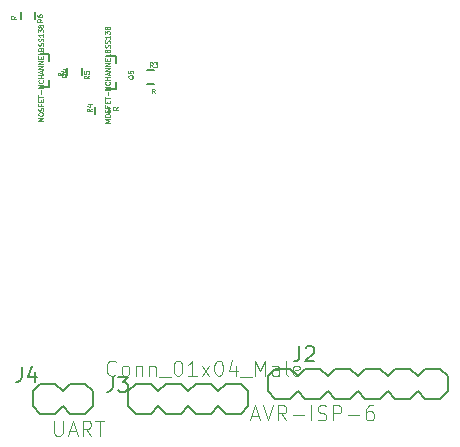
<source format=gbr>
G04 #@! TF.GenerationSoftware,KiCad,Pcbnew,5.0.2-bee76a0~70~ubuntu18.04.1*
G04 #@! TF.CreationDate,2019-12-16T19:01:30-05:00*
G04 #@! TF.ProjectId,LEDStuff,4c454453-7475-4666-962e-6b696361645f,rev?*
G04 #@! TF.SameCoordinates,Original*
G04 #@! TF.FileFunction,Legend,Bot*
G04 #@! TF.FilePolarity,Positive*
%FSLAX46Y46*%
G04 Gerber Fmt 4.6, Leading zero omitted, Abs format (unit mm)*
G04 Created by KiCad (PCBNEW 5.0.2-bee76a0~70~ubuntu18.04.1) date Mon 16 Dec 2019 07:01:30 PM EST*
%MOMM*%
%LPD*%
G01*
G04 APERTURE LIST*
%ADD10C,0.203200*%
%ADD11C,0.152400*%
%ADD12C,0.127000*%
%ADD13C,0.101600*%
%ADD14C,0.025400*%
G04 APERTURE END LIST*
D10*
G04 #@! TO.C,J2*
X165310000Y-119365000D02*
X165945000Y-118730000D01*
X165945000Y-118730000D02*
X167215000Y-118730000D01*
X167215000Y-118730000D02*
X167850000Y-119365000D01*
X167850000Y-120635000D02*
X167215000Y-121270000D01*
X167215000Y-121270000D02*
X165945000Y-121270000D01*
X165945000Y-121270000D02*
X165310000Y-120635000D01*
X160865000Y-118730000D02*
X162135000Y-118730000D01*
X162135000Y-118730000D02*
X162770000Y-119365000D01*
X162770000Y-120635000D02*
X162135000Y-121270000D01*
X162770000Y-119365000D02*
X163405000Y-118730000D01*
X163405000Y-118730000D02*
X164675000Y-118730000D01*
X164675000Y-118730000D02*
X165310000Y-119365000D01*
X165310000Y-120635000D02*
X164675000Y-121270000D01*
X164675000Y-121270000D02*
X163405000Y-121270000D01*
X163405000Y-121270000D02*
X162770000Y-120635000D01*
X157690000Y-119365000D02*
X158325000Y-118730000D01*
X158325000Y-118730000D02*
X159595000Y-118730000D01*
X159595000Y-118730000D02*
X160230000Y-119365000D01*
X160230000Y-120635000D02*
X159595000Y-121270000D01*
X159595000Y-121270000D02*
X158325000Y-121270000D01*
X158325000Y-121270000D02*
X157690000Y-120635000D01*
X160865000Y-118730000D02*
X160230000Y-119365000D01*
X160230000Y-120635000D02*
X160865000Y-121270000D01*
X162135000Y-121270000D02*
X160865000Y-121270000D01*
X153245000Y-118730000D02*
X154515000Y-118730000D01*
X154515000Y-118730000D02*
X155150000Y-119365000D01*
X155150000Y-120635000D02*
X154515000Y-121270000D01*
X155150000Y-119365000D02*
X155785000Y-118730000D01*
X155785000Y-118730000D02*
X157055000Y-118730000D01*
X157055000Y-118730000D02*
X157690000Y-119365000D01*
X157690000Y-120635000D02*
X157055000Y-121270000D01*
X157055000Y-121270000D02*
X155785000Y-121270000D01*
X155785000Y-121270000D02*
X155150000Y-120635000D01*
X152610000Y-119365000D02*
X152610000Y-120635000D01*
X153245000Y-118730000D02*
X152610000Y-119365000D01*
X152610000Y-120635000D02*
X153245000Y-121270000D01*
X154515000Y-121270000D02*
X153245000Y-121270000D01*
X167850000Y-119365000D02*
X167850000Y-120635000D01*
G04 #@! TO.C,J3*
X142715000Y-122570000D02*
X141445000Y-122570000D01*
X141445000Y-122570000D02*
X140810000Y-121935000D01*
X140810000Y-120665000D02*
X141445000Y-120030000D01*
X145890000Y-121935000D02*
X145255000Y-122570000D01*
X145255000Y-122570000D02*
X143985000Y-122570000D01*
X143985000Y-122570000D02*
X143350000Y-121935000D01*
X143350000Y-120665000D02*
X143985000Y-120030000D01*
X143985000Y-120030000D02*
X145255000Y-120030000D01*
X145255000Y-120030000D02*
X145890000Y-120665000D01*
X142715000Y-122570000D02*
X143350000Y-121935000D01*
X143350000Y-120665000D02*
X142715000Y-120030000D01*
X141445000Y-120030000D02*
X142715000Y-120030000D01*
X150335000Y-122570000D02*
X149065000Y-122570000D01*
X149065000Y-122570000D02*
X148430000Y-121935000D01*
X148430000Y-120665000D02*
X149065000Y-120030000D01*
X148430000Y-121935000D02*
X147795000Y-122570000D01*
X147795000Y-122570000D02*
X146525000Y-122570000D01*
X146525000Y-122570000D02*
X145890000Y-121935000D01*
X145890000Y-120665000D02*
X146525000Y-120030000D01*
X146525000Y-120030000D02*
X147795000Y-120030000D01*
X147795000Y-120030000D02*
X148430000Y-120665000D01*
X150970000Y-121935000D02*
X150970000Y-120665000D01*
X150335000Y-122570000D02*
X150970000Y-121935000D01*
X150970000Y-120665000D02*
X150335000Y-120030000D01*
X149065000Y-120030000D02*
X150335000Y-120030000D01*
X140810000Y-121935000D02*
X140810000Y-120665000D01*
G04 #@! TO.C,J4*
X133365000Y-120030000D02*
X134635000Y-120030000D01*
X134635000Y-120030000D02*
X135270000Y-120665000D01*
X135270000Y-121935000D02*
X134635000Y-122570000D01*
X135270000Y-120665000D02*
X135905000Y-120030000D01*
X135905000Y-120030000D02*
X137175000Y-120030000D01*
X137175000Y-120030000D02*
X137810000Y-120665000D01*
X137810000Y-121935000D02*
X137175000Y-122570000D01*
X137175000Y-122570000D02*
X135905000Y-122570000D01*
X135905000Y-122570000D02*
X135270000Y-121935000D01*
X132730000Y-120665000D02*
X132730000Y-121935000D01*
X133365000Y-120030000D02*
X132730000Y-120665000D01*
X132730000Y-121935000D02*
X133365000Y-122570000D01*
X134635000Y-122570000D02*
X133365000Y-122570000D01*
X137810000Y-120665000D02*
X137810000Y-121935000D01*
G04 #@! TO.C,Q4*
X134098500Y-92702440D02*
X134098500Y-92100460D01*
X134098500Y-92100460D02*
X133300940Y-92100460D01*
X134098500Y-94297560D02*
X134098500Y-94899540D01*
X134098500Y-94899540D02*
X133300940Y-94899540D01*
G04 #@! TO.C,Q5*
X139748500Y-95049540D02*
X138950940Y-95049540D01*
X139748500Y-94447560D02*
X139748500Y-95049540D01*
X139748500Y-92250460D02*
X138950940Y-92250460D01*
X139748500Y-92852440D02*
X139748500Y-92250460D01*
D11*
G04 #@! TO.C,R3*
X142400280Y-94649440D02*
X142999720Y-94649440D01*
X142400280Y-93450560D02*
X142999720Y-93450560D01*
G04 #@! TO.C,R4*
X137950560Y-97199720D02*
X137950560Y-96600280D01*
X139149440Y-97199720D02*
X139149440Y-96600280D01*
G04 #@! TO.C,R5*
X135650560Y-93299440D02*
X135650560Y-93898880D01*
X136849440Y-93299440D02*
X136849440Y-93898880D01*
G04 #@! TO.C,R6*
X132899440Y-88500280D02*
X132899440Y-89099720D01*
X131700560Y-88500280D02*
X131700560Y-89099720D01*
G04 #@! TO.C,J2*
D12*
X155285466Y-116840723D02*
X155285466Y-117747866D01*
X155224990Y-117929295D01*
X155104038Y-118050247D01*
X154922609Y-118110723D01*
X154801657Y-118110723D01*
X155829752Y-116961676D02*
X155890228Y-116901200D01*
X156011180Y-116840723D01*
X156313561Y-116840723D01*
X156434514Y-116901200D01*
X156494990Y-116961676D01*
X156555466Y-117082628D01*
X156555466Y-117203580D01*
X156494990Y-117385009D01*
X155769276Y-118110723D01*
X156555466Y-118110723D01*
D13*
X151219047Y-122751666D02*
X151823809Y-122751666D01*
X151098095Y-123114523D02*
X151521428Y-121844523D01*
X151944761Y-123114523D01*
X152186666Y-121844523D02*
X152610000Y-123114523D01*
X153033333Y-121844523D01*
X154182380Y-123114523D02*
X153759047Y-122509761D01*
X153456666Y-123114523D02*
X153456666Y-121844523D01*
X153940476Y-121844523D01*
X154061428Y-121905000D01*
X154121904Y-121965476D01*
X154182380Y-122086428D01*
X154182380Y-122267857D01*
X154121904Y-122388809D01*
X154061428Y-122449285D01*
X153940476Y-122509761D01*
X153456666Y-122509761D01*
X154726666Y-122630714D02*
X155694285Y-122630714D01*
X156299047Y-123114523D02*
X156299047Y-121844523D01*
X156843333Y-123054047D02*
X157024761Y-123114523D01*
X157327142Y-123114523D01*
X157448095Y-123054047D01*
X157508571Y-122993571D01*
X157569047Y-122872619D01*
X157569047Y-122751666D01*
X157508571Y-122630714D01*
X157448095Y-122570238D01*
X157327142Y-122509761D01*
X157085238Y-122449285D01*
X156964285Y-122388809D01*
X156903809Y-122328333D01*
X156843333Y-122207380D01*
X156843333Y-122086428D01*
X156903809Y-121965476D01*
X156964285Y-121905000D01*
X157085238Y-121844523D01*
X157387619Y-121844523D01*
X157569047Y-121905000D01*
X158113333Y-123114523D02*
X158113333Y-121844523D01*
X158597142Y-121844523D01*
X158718095Y-121905000D01*
X158778571Y-121965476D01*
X158839047Y-122086428D01*
X158839047Y-122267857D01*
X158778571Y-122388809D01*
X158718095Y-122449285D01*
X158597142Y-122509761D01*
X158113333Y-122509761D01*
X159383333Y-122630714D02*
X160350952Y-122630714D01*
X161500000Y-121844523D02*
X161258095Y-121844523D01*
X161137142Y-121905000D01*
X161076666Y-121965476D01*
X160955714Y-122146904D01*
X160895238Y-122388809D01*
X160895238Y-122872619D01*
X160955714Y-122993571D01*
X161016190Y-123054047D01*
X161137142Y-123114523D01*
X161379047Y-123114523D01*
X161500000Y-123054047D01*
X161560476Y-122993571D01*
X161620952Y-122872619D01*
X161620952Y-122570238D01*
X161560476Y-122449285D01*
X161500000Y-122388809D01*
X161379047Y-122328333D01*
X161137142Y-122328333D01*
X161016190Y-122388809D01*
X160955714Y-122449285D01*
X160895238Y-122570238D01*
G04 #@! TO.C,J3*
D12*
X139476666Y-119404523D02*
X139476666Y-120311666D01*
X139416190Y-120493095D01*
X139295238Y-120614047D01*
X139113809Y-120674523D01*
X138992857Y-120674523D01*
X139960476Y-119404523D02*
X140746666Y-119404523D01*
X140323333Y-119888333D01*
X140504761Y-119888333D01*
X140625714Y-119948809D01*
X140686190Y-120009285D01*
X140746666Y-120130238D01*
X140746666Y-120432619D01*
X140686190Y-120553571D01*
X140625714Y-120614047D01*
X140504761Y-120674523D01*
X140141904Y-120674523D01*
X140020952Y-120614047D01*
X139960476Y-120553571D01*
D13*
X139751666Y-119213571D02*
X139691190Y-119274047D01*
X139509761Y-119334523D01*
X139388809Y-119334523D01*
X139207380Y-119274047D01*
X139086428Y-119153095D01*
X139025952Y-119032142D01*
X138965476Y-118790238D01*
X138965476Y-118608809D01*
X139025952Y-118366904D01*
X139086428Y-118245952D01*
X139207380Y-118125000D01*
X139388809Y-118064523D01*
X139509761Y-118064523D01*
X139691190Y-118125000D01*
X139751666Y-118185476D01*
X140477380Y-119334523D02*
X140356428Y-119274047D01*
X140295952Y-119213571D01*
X140235476Y-119092619D01*
X140235476Y-118729761D01*
X140295952Y-118608809D01*
X140356428Y-118548333D01*
X140477380Y-118487857D01*
X140658809Y-118487857D01*
X140779761Y-118548333D01*
X140840238Y-118608809D01*
X140900714Y-118729761D01*
X140900714Y-119092619D01*
X140840238Y-119213571D01*
X140779761Y-119274047D01*
X140658809Y-119334523D01*
X140477380Y-119334523D01*
X141445000Y-118487857D02*
X141445000Y-119334523D01*
X141445000Y-118608809D02*
X141505476Y-118548333D01*
X141626428Y-118487857D01*
X141807857Y-118487857D01*
X141928809Y-118548333D01*
X141989285Y-118669285D01*
X141989285Y-119334523D01*
X142594047Y-118487857D02*
X142594047Y-119334523D01*
X142594047Y-118608809D02*
X142654523Y-118548333D01*
X142775476Y-118487857D01*
X142956904Y-118487857D01*
X143077857Y-118548333D01*
X143138333Y-118669285D01*
X143138333Y-119334523D01*
X143440714Y-119455476D02*
X144408333Y-119455476D01*
X144952619Y-118064523D02*
X145073571Y-118064523D01*
X145194523Y-118125000D01*
X145255000Y-118185476D01*
X145315476Y-118306428D01*
X145375952Y-118548333D01*
X145375952Y-118850714D01*
X145315476Y-119092619D01*
X145255000Y-119213571D01*
X145194523Y-119274047D01*
X145073571Y-119334523D01*
X144952619Y-119334523D01*
X144831666Y-119274047D01*
X144771190Y-119213571D01*
X144710714Y-119092619D01*
X144650238Y-118850714D01*
X144650238Y-118548333D01*
X144710714Y-118306428D01*
X144771190Y-118185476D01*
X144831666Y-118125000D01*
X144952619Y-118064523D01*
X146585476Y-119334523D02*
X145859761Y-119334523D01*
X146222619Y-119334523D02*
X146222619Y-118064523D01*
X146101666Y-118245952D01*
X145980714Y-118366904D01*
X145859761Y-118427380D01*
X147008809Y-119334523D02*
X147674047Y-118487857D01*
X147008809Y-118487857D02*
X147674047Y-119334523D01*
X148399761Y-118064523D02*
X148520714Y-118064523D01*
X148641666Y-118125000D01*
X148702142Y-118185476D01*
X148762619Y-118306428D01*
X148823095Y-118548333D01*
X148823095Y-118850714D01*
X148762619Y-119092619D01*
X148702142Y-119213571D01*
X148641666Y-119274047D01*
X148520714Y-119334523D01*
X148399761Y-119334523D01*
X148278809Y-119274047D01*
X148218333Y-119213571D01*
X148157857Y-119092619D01*
X148097380Y-118850714D01*
X148097380Y-118548333D01*
X148157857Y-118306428D01*
X148218333Y-118185476D01*
X148278809Y-118125000D01*
X148399761Y-118064523D01*
X149911666Y-118487857D02*
X149911666Y-119334523D01*
X149609285Y-118004047D02*
X149306904Y-118911190D01*
X150093095Y-118911190D01*
X150274523Y-119455476D02*
X151242142Y-119455476D01*
X151544523Y-119334523D02*
X151544523Y-118064523D01*
X151967857Y-118971666D01*
X152391190Y-118064523D01*
X152391190Y-119334523D01*
X153540238Y-119334523D02*
X153540238Y-118669285D01*
X153479761Y-118548333D01*
X153358809Y-118487857D01*
X153116904Y-118487857D01*
X152995952Y-118548333D01*
X153540238Y-119274047D02*
X153419285Y-119334523D01*
X153116904Y-119334523D01*
X152995952Y-119274047D01*
X152935476Y-119153095D01*
X152935476Y-119032142D01*
X152995952Y-118911190D01*
X153116904Y-118850714D01*
X153419285Y-118850714D01*
X153540238Y-118790238D01*
X154326428Y-119334523D02*
X154205476Y-119274047D01*
X154145000Y-119153095D01*
X154145000Y-118064523D01*
X155294047Y-119274047D02*
X155173095Y-119334523D01*
X154931190Y-119334523D01*
X154810238Y-119274047D01*
X154749761Y-119153095D01*
X154749761Y-118669285D01*
X154810238Y-118548333D01*
X154931190Y-118487857D01*
X155173095Y-118487857D01*
X155294047Y-118548333D01*
X155354523Y-118669285D01*
X155354523Y-118790238D01*
X154749761Y-118911190D01*
G04 #@! TO.C,J4*
D12*
X131776666Y-118554523D02*
X131776666Y-119461666D01*
X131716190Y-119643095D01*
X131595238Y-119764047D01*
X131413809Y-119824523D01*
X131292857Y-119824523D01*
X132925714Y-118977857D02*
X132925714Y-119824523D01*
X132623333Y-118494047D02*
X132320952Y-119401190D01*
X133107142Y-119401190D01*
D13*
X134514047Y-123144523D02*
X134514047Y-124172619D01*
X134574523Y-124293571D01*
X134635000Y-124354047D01*
X134755952Y-124414523D01*
X134997857Y-124414523D01*
X135118809Y-124354047D01*
X135179285Y-124293571D01*
X135239761Y-124172619D01*
X135239761Y-123144523D01*
X135784047Y-124051666D02*
X136388809Y-124051666D01*
X135663095Y-124414523D02*
X136086428Y-123144523D01*
X136509761Y-124414523D01*
X137658809Y-124414523D02*
X137235476Y-123809761D01*
X136933095Y-124414523D02*
X136933095Y-123144523D01*
X137416904Y-123144523D01*
X137537857Y-123205000D01*
X137598333Y-123265476D01*
X137658809Y-123386428D01*
X137658809Y-123567857D01*
X137598333Y-123688809D01*
X137537857Y-123749285D01*
X137416904Y-123809761D01*
X136933095Y-123809761D01*
X138021666Y-123144523D02*
X138747380Y-123144523D01*
X138384523Y-124414523D02*
X138384523Y-123144523D01*
G04 #@! TO.C,Q4*
D14*
X135603752Y-93729204D02*
X135584400Y-93767909D01*
X135545695Y-93806614D01*
X135487638Y-93864671D01*
X135468285Y-93903376D01*
X135468285Y-93942080D01*
X135565047Y-93922728D02*
X135545695Y-93961433D01*
X135506990Y-94000138D01*
X135429580Y-94019490D01*
X135294114Y-94019490D01*
X135216704Y-94000138D01*
X135178000Y-93961433D01*
X135158647Y-93922728D01*
X135158647Y-93845319D01*
X135178000Y-93806614D01*
X135216704Y-93767909D01*
X135294114Y-93748557D01*
X135429580Y-93748557D01*
X135506990Y-93767909D01*
X135545695Y-93806614D01*
X135565047Y-93845319D01*
X135565047Y-93922728D01*
X135294114Y-93400214D02*
X135565047Y-93400214D01*
X135139295Y-93496976D02*
X135429580Y-93593738D01*
X135429580Y-93342157D01*
X133596547Y-97757523D02*
X133190147Y-97757523D01*
X133480433Y-97622057D01*
X133190147Y-97486590D01*
X133596547Y-97486590D01*
X133190147Y-97215657D02*
X133190147Y-97138247D01*
X133209500Y-97099542D01*
X133248204Y-97060838D01*
X133325614Y-97041485D01*
X133461080Y-97041485D01*
X133538490Y-97060838D01*
X133577195Y-97099542D01*
X133596547Y-97138247D01*
X133596547Y-97215657D01*
X133577195Y-97254361D01*
X133538490Y-97293066D01*
X133461080Y-97312419D01*
X133325614Y-97312419D01*
X133248204Y-97293066D01*
X133209500Y-97254361D01*
X133190147Y-97215657D01*
X133577195Y-96886666D02*
X133596547Y-96828609D01*
X133596547Y-96731847D01*
X133577195Y-96693142D01*
X133557842Y-96673790D01*
X133519138Y-96654438D01*
X133480433Y-96654438D01*
X133441728Y-96673790D01*
X133422376Y-96693142D01*
X133403023Y-96731847D01*
X133383671Y-96809257D01*
X133364319Y-96847961D01*
X133344966Y-96867314D01*
X133306261Y-96886666D01*
X133267557Y-96886666D01*
X133228852Y-96867314D01*
X133209500Y-96847961D01*
X133190147Y-96809257D01*
X133190147Y-96712495D01*
X133209500Y-96654438D01*
X133383671Y-96344800D02*
X133383671Y-96480266D01*
X133596547Y-96480266D02*
X133190147Y-96480266D01*
X133190147Y-96286742D01*
X133383671Y-96131923D02*
X133383671Y-95996457D01*
X133596547Y-95938400D02*
X133596547Y-96131923D01*
X133190147Y-96131923D01*
X133190147Y-95938400D01*
X133190147Y-95822285D02*
X133190147Y-95590057D01*
X133596547Y-95706171D02*
X133190147Y-95706171D01*
X133441728Y-95454590D02*
X133441728Y-95144952D01*
X133596547Y-94951428D02*
X133190147Y-94951428D01*
X133596547Y-94719200D01*
X133190147Y-94719200D01*
X133557842Y-94293447D02*
X133577195Y-94312800D01*
X133596547Y-94370857D01*
X133596547Y-94409561D01*
X133577195Y-94467619D01*
X133538490Y-94506323D01*
X133499785Y-94525676D01*
X133422376Y-94545028D01*
X133364319Y-94545028D01*
X133286909Y-94525676D01*
X133248204Y-94506323D01*
X133209500Y-94467619D01*
X133190147Y-94409561D01*
X133190147Y-94370857D01*
X133209500Y-94312800D01*
X133228852Y-94293447D01*
X133596547Y-94119276D02*
X133190147Y-94119276D01*
X133383671Y-94119276D02*
X133383671Y-93887047D01*
X133596547Y-93887047D02*
X133190147Y-93887047D01*
X133480433Y-93712876D02*
X133480433Y-93519352D01*
X133596547Y-93751580D02*
X133190147Y-93616114D01*
X133596547Y-93480647D01*
X133596547Y-93345180D02*
X133190147Y-93345180D01*
X133596547Y-93112952D01*
X133190147Y-93112952D01*
X133596547Y-92919428D02*
X133190147Y-92919428D01*
X133596547Y-92687200D01*
X133190147Y-92687200D01*
X133383671Y-92493676D02*
X133383671Y-92358209D01*
X133596547Y-92300152D02*
X133596547Y-92493676D01*
X133190147Y-92493676D01*
X133190147Y-92300152D01*
X133596547Y-91932457D02*
X133596547Y-92125980D01*
X133190147Y-92125980D01*
X133383671Y-91661523D02*
X133403023Y-91603466D01*
X133422376Y-91584114D01*
X133461080Y-91564761D01*
X133519138Y-91564761D01*
X133557842Y-91584114D01*
X133577195Y-91603466D01*
X133596547Y-91642171D01*
X133596547Y-91796990D01*
X133190147Y-91796990D01*
X133190147Y-91661523D01*
X133209500Y-91622819D01*
X133228852Y-91603466D01*
X133267557Y-91584114D01*
X133306261Y-91584114D01*
X133344966Y-91603466D01*
X133364319Y-91622819D01*
X133383671Y-91661523D01*
X133383671Y-91796990D01*
X133577195Y-91409942D02*
X133596547Y-91351885D01*
X133596547Y-91255123D01*
X133577195Y-91216419D01*
X133557842Y-91197066D01*
X133519138Y-91177714D01*
X133480433Y-91177714D01*
X133441728Y-91197066D01*
X133422376Y-91216419D01*
X133403023Y-91255123D01*
X133383671Y-91332533D01*
X133364319Y-91371238D01*
X133344966Y-91390590D01*
X133306261Y-91409942D01*
X133267557Y-91409942D01*
X133228852Y-91390590D01*
X133209500Y-91371238D01*
X133190147Y-91332533D01*
X133190147Y-91235771D01*
X133209500Y-91177714D01*
X133577195Y-91022895D02*
X133596547Y-90964838D01*
X133596547Y-90868076D01*
X133577195Y-90829371D01*
X133557842Y-90810019D01*
X133519138Y-90790666D01*
X133480433Y-90790666D01*
X133441728Y-90810019D01*
X133422376Y-90829371D01*
X133403023Y-90868076D01*
X133383671Y-90945485D01*
X133364319Y-90984190D01*
X133344966Y-91003542D01*
X133306261Y-91022895D01*
X133267557Y-91022895D01*
X133228852Y-91003542D01*
X133209500Y-90984190D01*
X133190147Y-90945485D01*
X133190147Y-90848723D01*
X133209500Y-90790666D01*
X133596547Y-90403619D02*
X133596547Y-90635847D01*
X133596547Y-90519733D02*
X133190147Y-90519733D01*
X133248204Y-90558438D01*
X133286909Y-90597142D01*
X133306261Y-90635847D01*
X133190147Y-90268152D02*
X133190147Y-90016571D01*
X133344966Y-90152038D01*
X133344966Y-90093980D01*
X133364319Y-90055276D01*
X133383671Y-90035923D01*
X133422376Y-90016571D01*
X133519138Y-90016571D01*
X133557842Y-90035923D01*
X133577195Y-90055276D01*
X133596547Y-90093980D01*
X133596547Y-90210095D01*
X133577195Y-90248800D01*
X133557842Y-90268152D01*
X133364319Y-89784342D02*
X133344966Y-89823047D01*
X133325614Y-89842400D01*
X133286909Y-89861752D01*
X133267557Y-89861752D01*
X133228852Y-89842400D01*
X133209500Y-89823047D01*
X133190147Y-89784342D01*
X133190147Y-89706933D01*
X133209500Y-89668228D01*
X133228852Y-89648876D01*
X133267557Y-89629523D01*
X133286909Y-89629523D01*
X133325614Y-89648876D01*
X133344966Y-89668228D01*
X133364319Y-89706933D01*
X133364319Y-89784342D01*
X133383671Y-89823047D01*
X133403023Y-89842400D01*
X133441728Y-89861752D01*
X133519138Y-89861752D01*
X133557842Y-89842400D01*
X133577195Y-89823047D01*
X133596547Y-89784342D01*
X133596547Y-89706933D01*
X133577195Y-89668228D01*
X133557842Y-89648876D01*
X133519138Y-89629523D01*
X133441728Y-89629523D01*
X133403023Y-89648876D01*
X133383671Y-89668228D01*
X133364319Y-89706933D01*
G04 #@! TO.C,Q5*
X141253752Y-93879204D02*
X141234400Y-93917909D01*
X141195695Y-93956614D01*
X141137638Y-94014671D01*
X141118285Y-94053376D01*
X141118285Y-94092080D01*
X141215047Y-94072728D02*
X141195695Y-94111433D01*
X141156990Y-94150138D01*
X141079580Y-94169490D01*
X140944114Y-94169490D01*
X140866704Y-94150138D01*
X140828000Y-94111433D01*
X140808647Y-94072728D01*
X140808647Y-93995319D01*
X140828000Y-93956614D01*
X140866704Y-93917909D01*
X140944114Y-93898557D01*
X141079580Y-93898557D01*
X141156990Y-93917909D01*
X141195695Y-93956614D01*
X141215047Y-93995319D01*
X141215047Y-94072728D01*
X140808647Y-93530861D02*
X140808647Y-93724385D01*
X141002171Y-93743738D01*
X140982819Y-93724385D01*
X140963466Y-93685680D01*
X140963466Y-93588919D01*
X140982819Y-93550214D01*
X141002171Y-93530861D01*
X141040876Y-93511509D01*
X141137638Y-93511509D01*
X141176342Y-93530861D01*
X141195695Y-93550214D01*
X141215047Y-93588919D01*
X141215047Y-93685680D01*
X141195695Y-93724385D01*
X141176342Y-93743738D01*
X139246547Y-97907523D02*
X138840147Y-97907523D01*
X139130433Y-97772057D01*
X138840147Y-97636590D01*
X139246547Y-97636590D01*
X138840147Y-97365657D02*
X138840147Y-97288247D01*
X138859500Y-97249542D01*
X138898204Y-97210838D01*
X138975614Y-97191485D01*
X139111080Y-97191485D01*
X139188490Y-97210838D01*
X139227195Y-97249542D01*
X139246547Y-97288247D01*
X139246547Y-97365657D01*
X139227195Y-97404361D01*
X139188490Y-97443066D01*
X139111080Y-97462419D01*
X138975614Y-97462419D01*
X138898204Y-97443066D01*
X138859500Y-97404361D01*
X138840147Y-97365657D01*
X139227195Y-97036666D02*
X139246547Y-96978609D01*
X139246547Y-96881847D01*
X139227195Y-96843142D01*
X139207842Y-96823790D01*
X139169138Y-96804438D01*
X139130433Y-96804438D01*
X139091728Y-96823790D01*
X139072376Y-96843142D01*
X139053023Y-96881847D01*
X139033671Y-96959257D01*
X139014319Y-96997961D01*
X138994966Y-97017314D01*
X138956261Y-97036666D01*
X138917557Y-97036666D01*
X138878852Y-97017314D01*
X138859500Y-96997961D01*
X138840147Y-96959257D01*
X138840147Y-96862495D01*
X138859500Y-96804438D01*
X139033671Y-96494800D02*
X139033671Y-96630266D01*
X139246547Y-96630266D02*
X138840147Y-96630266D01*
X138840147Y-96436742D01*
X139033671Y-96281923D02*
X139033671Y-96146457D01*
X139246547Y-96088400D02*
X139246547Y-96281923D01*
X138840147Y-96281923D01*
X138840147Y-96088400D01*
X138840147Y-95972285D02*
X138840147Y-95740057D01*
X139246547Y-95856171D02*
X138840147Y-95856171D01*
X139091728Y-95604590D02*
X139091728Y-95294952D01*
X139246547Y-95101428D02*
X138840147Y-95101428D01*
X139246547Y-94869200D01*
X138840147Y-94869200D01*
X139207842Y-94443447D02*
X139227195Y-94462800D01*
X139246547Y-94520857D01*
X139246547Y-94559561D01*
X139227195Y-94617619D01*
X139188490Y-94656323D01*
X139149785Y-94675676D01*
X139072376Y-94695028D01*
X139014319Y-94695028D01*
X138936909Y-94675676D01*
X138898204Y-94656323D01*
X138859500Y-94617619D01*
X138840147Y-94559561D01*
X138840147Y-94520857D01*
X138859500Y-94462800D01*
X138878852Y-94443447D01*
X139246547Y-94269276D02*
X138840147Y-94269276D01*
X139033671Y-94269276D02*
X139033671Y-94037047D01*
X139246547Y-94037047D02*
X138840147Y-94037047D01*
X139130433Y-93862876D02*
X139130433Y-93669352D01*
X139246547Y-93901580D02*
X138840147Y-93766114D01*
X139246547Y-93630647D01*
X139246547Y-93495180D02*
X138840147Y-93495180D01*
X139246547Y-93262952D01*
X138840147Y-93262952D01*
X139246547Y-93069428D02*
X138840147Y-93069428D01*
X139246547Y-92837200D01*
X138840147Y-92837200D01*
X139033671Y-92643676D02*
X139033671Y-92508209D01*
X139246547Y-92450152D02*
X139246547Y-92643676D01*
X138840147Y-92643676D01*
X138840147Y-92450152D01*
X139246547Y-92082457D02*
X139246547Y-92275980D01*
X138840147Y-92275980D01*
X139033671Y-91811523D02*
X139053023Y-91753466D01*
X139072376Y-91734114D01*
X139111080Y-91714761D01*
X139169138Y-91714761D01*
X139207842Y-91734114D01*
X139227195Y-91753466D01*
X139246547Y-91792171D01*
X139246547Y-91946990D01*
X138840147Y-91946990D01*
X138840147Y-91811523D01*
X138859500Y-91772819D01*
X138878852Y-91753466D01*
X138917557Y-91734114D01*
X138956261Y-91734114D01*
X138994966Y-91753466D01*
X139014319Y-91772819D01*
X139033671Y-91811523D01*
X139033671Y-91946990D01*
X139227195Y-91559942D02*
X139246547Y-91501885D01*
X139246547Y-91405123D01*
X139227195Y-91366419D01*
X139207842Y-91347066D01*
X139169138Y-91327714D01*
X139130433Y-91327714D01*
X139091728Y-91347066D01*
X139072376Y-91366419D01*
X139053023Y-91405123D01*
X139033671Y-91482533D01*
X139014319Y-91521238D01*
X138994966Y-91540590D01*
X138956261Y-91559942D01*
X138917557Y-91559942D01*
X138878852Y-91540590D01*
X138859500Y-91521238D01*
X138840147Y-91482533D01*
X138840147Y-91385771D01*
X138859500Y-91327714D01*
X139227195Y-91172895D02*
X139246547Y-91114838D01*
X139246547Y-91018076D01*
X139227195Y-90979371D01*
X139207842Y-90960019D01*
X139169138Y-90940666D01*
X139130433Y-90940666D01*
X139091728Y-90960019D01*
X139072376Y-90979371D01*
X139053023Y-91018076D01*
X139033671Y-91095485D01*
X139014319Y-91134190D01*
X138994966Y-91153542D01*
X138956261Y-91172895D01*
X138917557Y-91172895D01*
X138878852Y-91153542D01*
X138859500Y-91134190D01*
X138840147Y-91095485D01*
X138840147Y-90998723D01*
X138859500Y-90940666D01*
X139246547Y-90553619D02*
X139246547Y-90785847D01*
X139246547Y-90669733D02*
X138840147Y-90669733D01*
X138898204Y-90708438D01*
X138936909Y-90747142D01*
X138956261Y-90785847D01*
X138840147Y-90418152D02*
X138840147Y-90166571D01*
X138994966Y-90302038D01*
X138994966Y-90243980D01*
X139014319Y-90205276D01*
X139033671Y-90185923D01*
X139072376Y-90166571D01*
X139169138Y-90166571D01*
X139207842Y-90185923D01*
X139227195Y-90205276D01*
X139246547Y-90243980D01*
X139246547Y-90360095D01*
X139227195Y-90398800D01*
X139207842Y-90418152D01*
X139014319Y-89934342D02*
X138994966Y-89973047D01*
X138975614Y-89992400D01*
X138936909Y-90011752D01*
X138917557Y-90011752D01*
X138878852Y-89992400D01*
X138859500Y-89973047D01*
X138840147Y-89934342D01*
X138840147Y-89856933D01*
X138859500Y-89818228D01*
X138878852Y-89798876D01*
X138917557Y-89779523D01*
X138936909Y-89779523D01*
X138975614Y-89798876D01*
X138994966Y-89818228D01*
X139014319Y-89856933D01*
X139014319Y-89934342D01*
X139033671Y-89973047D01*
X139053023Y-89992400D01*
X139091728Y-90011752D01*
X139169138Y-90011752D01*
X139207842Y-89992400D01*
X139227195Y-89973047D01*
X139246547Y-89934342D01*
X139246547Y-89856933D01*
X139227195Y-89818228D01*
X139207842Y-89798876D01*
X139169138Y-89779523D01*
X139091728Y-89779523D01*
X139053023Y-89798876D01*
X139033671Y-89818228D01*
X139014319Y-89856933D01*
G04 #@! TO.C,R3*
X142886266Y-93205147D02*
X142750800Y-93011623D01*
X142654038Y-93205147D02*
X142654038Y-92798747D01*
X142808857Y-92798747D01*
X142847561Y-92818100D01*
X142866914Y-92837452D01*
X142886266Y-92876157D01*
X142886266Y-92934214D01*
X142866914Y-92972919D01*
X142847561Y-92992271D01*
X142808857Y-93011623D01*
X142654038Y-93011623D01*
X143021733Y-92798747D02*
X143273314Y-92798747D01*
X143137847Y-92953566D01*
X143195904Y-92953566D01*
X143234609Y-92972919D01*
X143253961Y-92992271D01*
X143273314Y-93030976D01*
X143273314Y-93127738D01*
X143253961Y-93166442D01*
X143234609Y-93185795D01*
X143195904Y-93205147D01*
X143079790Y-93205147D01*
X143041085Y-93185795D01*
X143021733Y-93166442D01*
X143028990Y-95427647D02*
X142893523Y-95234123D01*
X142796761Y-95427647D02*
X142796761Y-95021247D01*
X142951580Y-95021247D01*
X142990285Y-95040600D01*
X143009638Y-95059952D01*
X143028990Y-95098657D01*
X143028990Y-95156714D01*
X143009638Y-95195419D01*
X142990285Y-95214771D01*
X142951580Y-95234123D01*
X142796761Y-95234123D01*
G04 #@! TO.C,R4*
X137705147Y-96713733D02*
X137511623Y-96849200D01*
X137705147Y-96945961D02*
X137298747Y-96945961D01*
X137298747Y-96791142D01*
X137318100Y-96752438D01*
X137337452Y-96733085D01*
X137376157Y-96713733D01*
X137434214Y-96713733D01*
X137472919Y-96733085D01*
X137492271Y-96752438D01*
X137511623Y-96791142D01*
X137511623Y-96945961D01*
X137434214Y-96365390D02*
X137705147Y-96365390D01*
X137279395Y-96462152D02*
X137569680Y-96558914D01*
X137569680Y-96307333D01*
X139927647Y-96571009D02*
X139734123Y-96706476D01*
X139927647Y-96803238D02*
X139521247Y-96803238D01*
X139521247Y-96648419D01*
X139540600Y-96609714D01*
X139559952Y-96590361D01*
X139598657Y-96571009D01*
X139656714Y-96571009D01*
X139695419Y-96590361D01*
X139714771Y-96609714D01*
X139734123Y-96648419D01*
X139734123Y-96803238D01*
G04 #@! TO.C,R5*
X137462547Y-93920893D02*
X137269023Y-94056360D01*
X137462547Y-94153121D02*
X137056147Y-94153121D01*
X137056147Y-93998302D01*
X137075500Y-93959598D01*
X137094852Y-93940245D01*
X137133557Y-93920893D01*
X137191614Y-93920893D01*
X137230319Y-93940245D01*
X137249671Y-93959598D01*
X137269023Y-93998302D01*
X137269023Y-94153121D01*
X137056147Y-93553198D02*
X137056147Y-93746721D01*
X137249671Y-93766074D01*
X137230319Y-93746721D01*
X137210966Y-93708017D01*
X137210966Y-93611255D01*
X137230319Y-93572550D01*
X137249671Y-93553198D01*
X137288376Y-93533845D01*
X137385138Y-93533845D01*
X137423842Y-93553198D01*
X137443195Y-93572550D01*
X137462547Y-93611255D01*
X137462547Y-93708017D01*
X137443195Y-93746721D01*
X137423842Y-93766074D01*
X135240047Y-93676569D02*
X135046523Y-93812036D01*
X135240047Y-93908798D02*
X134833647Y-93908798D01*
X134833647Y-93753979D01*
X134853000Y-93715274D01*
X134872352Y-93695921D01*
X134911057Y-93676569D01*
X134969114Y-93676569D01*
X135007819Y-93695921D01*
X135027171Y-93715274D01*
X135046523Y-93753979D01*
X135046523Y-93908798D01*
G04 #@! TO.C,R6*
X133512547Y-89121733D02*
X133319023Y-89257200D01*
X133512547Y-89353961D02*
X133106147Y-89353961D01*
X133106147Y-89199142D01*
X133125500Y-89160438D01*
X133144852Y-89141085D01*
X133183557Y-89121733D01*
X133241614Y-89121733D01*
X133280319Y-89141085D01*
X133299671Y-89160438D01*
X133319023Y-89199142D01*
X133319023Y-89353961D01*
X133106147Y-88773390D02*
X133106147Y-88850800D01*
X133125500Y-88889504D01*
X133144852Y-88908857D01*
X133202909Y-88947561D01*
X133280319Y-88966914D01*
X133435138Y-88966914D01*
X133473842Y-88947561D01*
X133493195Y-88928209D01*
X133512547Y-88889504D01*
X133512547Y-88812095D01*
X133493195Y-88773390D01*
X133473842Y-88754038D01*
X133435138Y-88734685D01*
X133338376Y-88734685D01*
X133299671Y-88754038D01*
X133280319Y-88773390D01*
X133260966Y-88812095D01*
X133260966Y-88889504D01*
X133280319Y-88928209D01*
X133299671Y-88947561D01*
X133338376Y-88966914D01*
X131290047Y-88877409D02*
X131096523Y-89012876D01*
X131290047Y-89109638D02*
X130883647Y-89109638D01*
X130883647Y-88954819D01*
X130903000Y-88916114D01*
X130922352Y-88896761D01*
X130961057Y-88877409D01*
X131019114Y-88877409D01*
X131057819Y-88896761D01*
X131077171Y-88916114D01*
X131096523Y-88954819D01*
X131096523Y-89109638D01*
G04 #@! TD*
M02*

</source>
